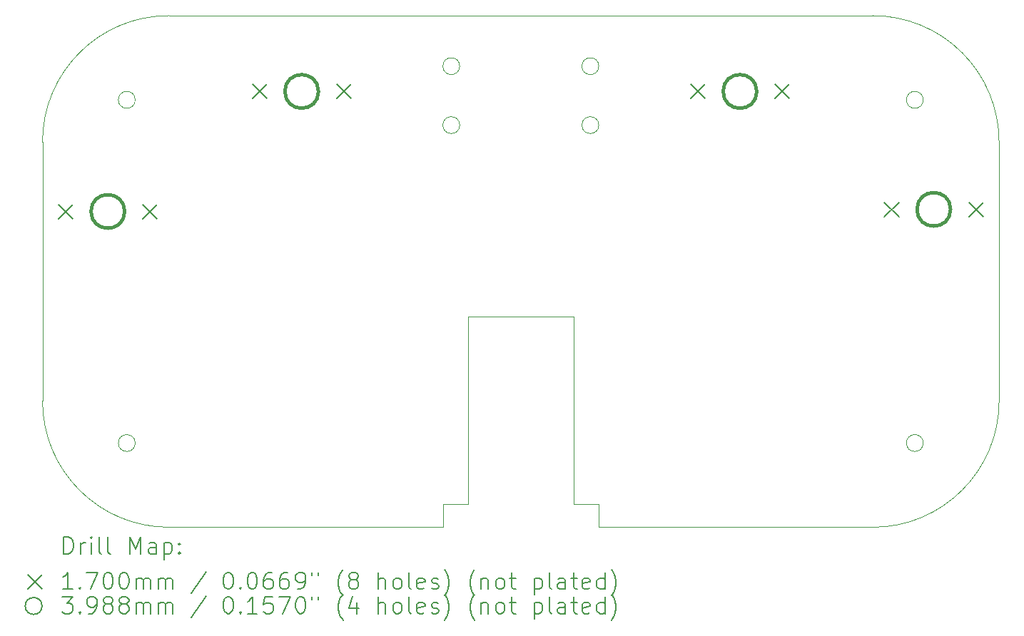
<source format=gbr>
%TF.GenerationSoftware,KiCad,Pcbnew,(6.0.9)*%
%TF.CreationDate,2023-05-29T17:24:43+10:00*%
%TF.ProjectId,Joysticks,4a6f7973-7469-4636-9b73-2e6b69636164,rev?*%
%TF.SameCoordinates,PX3d09000PY568bc30*%
%TF.FileFunction,Drillmap*%
%TF.FilePolarity,Positive*%
%FSLAX45Y45*%
G04 Gerber Fmt 4.5, Leading zero omitted, Abs format (unit mm)*
G04 Created by KiCad (PCBNEW (6.0.9)) date 2023-05-29 17:24:43*
%MOMM*%
%LPD*%
G01*
G04 APERTURE LIST*
%ADD10C,0.100000*%
%ADD11C,0.200000*%
%ADD12C,0.170000*%
%ADD13C,0.398780*%
G04 APERTURE END LIST*
D10*
X4225000Y-4000000D02*
X4525000Y-4000000D01*
X-575000Y1800000D02*
X7775000Y1800000D01*
X2975000Y-1775000D02*
X4225000Y-1775000D01*
X-575000Y1800000D02*
G75*
G03*
X-2075000Y300000I0J-1500000D01*
G01*
X9275000Y300000D02*
G75*
G03*
X7775000Y1800000I-1500000J0D01*
G01*
X-2075000Y-2775000D02*
X-2075000Y300000D01*
X8375000Y-3275000D02*
G75*
G03*
X8375000Y-3275000I-100000J0D01*
G01*
X9275000Y300000D02*
X9275000Y-2775000D01*
X4525000Y1200000D02*
G75*
G03*
X4525000Y1200000I-100000J0D01*
G01*
X-975000Y-3275000D02*
G75*
G03*
X-975000Y-3275000I-100000J0D01*
G01*
X2875000Y500000D02*
G75*
G03*
X2875000Y500000I-100000J0D01*
G01*
X2675000Y-4275000D02*
X2675000Y-4000000D01*
X4525000Y500000D02*
G75*
G03*
X4525000Y500000I-100000J0D01*
G01*
X-975000Y800000D02*
G75*
G03*
X-975000Y800000I-100000J0D01*
G01*
X2675000Y-4000000D02*
X2975000Y-4000000D01*
X-2075000Y-2775000D02*
G75*
G03*
X-575000Y-4275000I1500000J0D01*
G01*
X2975000Y-4000000D02*
X2975000Y-1775000D01*
X4225000Y-1775000D02*
X4225000Y-4000000D01*
X7775000Y-4275000D02*
X4525000Y-4275000D01*
X2675000Y-4275000D02*
X-575000Y-4275000D01*
X7775000Y-4275000D02*
G75*
G03*
X9275000Y-2775000I0J1500000D01*
G01*
X8375000Y800000D02*
G75*
G03*
X8375000Y800000I-100000J0D01*
G01*
X2875000Y1200000D02*
G75*
G03*
X2875000Y1200000I-100000J0D01*
G01*
X4525000Y-4000000D02*
X4525000Y-4275000D01*
D11*
D12*
X-1885000Y-440000D02*
X-1715000Y-610000D01*
X-1715000Y-440000D02*
X-1885000Y-610000D01*
X-885000Y-440000D02*
X-715000Y-610000D01*
X-715000Y-440000D02*
X-885000Y-610000D01*
X415000Y985000D02*
X585000Y815000D01*
X585000Y985000D02*
X415000Y815000D01*
X1415000Y985000D02*
X1585000Y815000D01*
X1585000Y985000D02*
X1415000Y815000D01*
X5615000Y985000D02*
X5785000Y815000D01*
X5785000Y985000D02*
X5615000Y815000D01*
X6615000Y985000D02*
X6785000Y815000D01*
X6785000Y985000D02*
X6615000Y815000D01*
X7915000Y-415000D02*
X8085000Y-585000D01*
X8085000Y-415000D02*
X7915000Y-585000D01*
X8915000Y-415000D02*
X9085000Y-585000D01*
X9085000Y-415000D02*
X8915000Y-585000D01*
D13*
X-1100610Y-525000D02*
G75*
G03*
X-1100610Y-525000I-199390J0D01*
G01*
X1199390Y900000D02*
G75*
G03*
X1199390Y900000I-199390J0D01*
G01*
X6399390Y900000D02*
G75*
G03*
X6399390Y900000I-199390J0D01*
G01*
X8699390Y-500000D02*
G75*
G03*
X8699390Y-500000I-199390J0D01*
G01*
D11*
X-1822381Y-4590476D02*
X-1822381Y-4390476D01*
X-1774762Y-4390476D01*
X-1746190Y-4400000D01*
X-1727143Y-4419048D01*
X-1717619Y-4438095D01*
X-1708095Y-4476190D01*
X-1708095Y-4504762D01*
X-1717619Y-4542857D01*
X-1727143Y-4561905D01*
X-1746190Y-4580952D01*
X-1774762Y-4590476D01*
X-1822381Y-4590476D01*
X-1622381Y-4590476D02*
X-1622381Y-4457143D01*
X-1622381Y-4495238D02*
X-1612857Y-4476190D01*
X-1603333Y-4466667D01*
X-1584286Y-4457143D01*
X-1565238Y-4457143D01*
X-1498571Y-4590476D02*
X-1498571Y-4457143D01*
X-1498571Y-4390476D02*
X-1508095Y-4400000D01*
X-1498571Y-4409524D01*
X-1489048Y-4400000D01*
X-1498571Y-4390476D01*
X-1498571Y-4409524D01*
X-1374762Y-4590476D02*
X-1393810Y-4580952D01*
X-1403333Y-4561905D01*
X-1403333Y-4390476D01*
X-1270000Y-4590476D02*
X-1289048Y-4580952D01*
X-1298572Y-4561905D01*
X-1298572Y-4390476D01*
X-1041429Y-4590476D02*
X-1041429Y-4390476D01*
X-974762Y-4533333D01*
X-908095Y-4390476D01*
X-908095Y-4590476D01*
X-727143Y-4590476D02*
X-727143Y-4485714D01*
X-736667Y-4466667D01*
X-755714Y-4457143D01*
X-793810Y-4457143D01*
X-812857Y-4466667D01*
X-727143Y-4580952D02*
X-746190Y-4590476D01*
X-793810Y-4590476D01*
X-812857Y-4580952D01*
X-822381Y-4561905D01*
X-822381Y-4542857D01*
X-812857Y-4523810D01*
X-793810Y-4514286D01*
X-746190Y-4514286D01*
X-727143Y-4504762D01*
X-631905Y-4457143D02*
X-631905Y-4657143D01*
X-631905Y-4466667D02*
X-612857Y-4457143D01*
X-574762Y-4457143D01*
X-555714Y-4466667D01*
X-546191Y-4476190D01*
X-536667Y-4495238D01*
X-536667Y-4552381D01*
X-546191Y-4571429D01*
X-555714Y-4580952D01*
X-574762Y-4590476D01*
X-612857Y-4590476D01*
X-631905Y-4580952D01*
X-450952Y-4571429D02*
X-441429Y-4580952D01*
X-450952Y-4590476D01*
X-460476Y-4580952D01*
X-450952Y-4571429D01*
X-450952Y-4590476D01*
X-450952Y-4466667D02*
X-441429Y-4476190D01*
X-450952Y-4485714D01*
X-460476Y-4476190D01*
X-450952Y-4466667D01*
X-450952Y-4485714D01*
D12*
X-2250000Y-4835000D02*
X-2080000Y-5005000D01*
X-2080000Y-4835000D02*
X-2250000Y-5005000D01*
D11*
X-1717619Y-5010476D02*
X-1831905Y-5010476D01*
X-1774762Y-5010476D02*
X-1774762Y-4810476D01*
X-1793810Y-4839048D01*
X-1812857Y-4858095D01*
X-1831905Y-4867619D01*
X-1631905Y-4991429D02*
X-1622381Y-5000952D01*
X-1631905Y-5010476D01*
X-1641429Y-5000952D01*
X-1631905Y-4991429D01*
X-1631905Y-5010476D01*
X-1555714Y-4810476D02*
X-1422381Y-4810476D01*
X-1508095Y-5010476D01*
X-1308095Y-4810476D02*
X-1289048Y-4810476D01*
X-1270000Y-4820000D01*
X-1260476Y-4829524D01*
X-1250952Y-4848571D01*
X-1241429Y-4886667D01*
X-1241429Y-4934286D01*
X-1250952Y-4972381D01*
X-1260476Y-4991429D01*
X-1270000Y-5000952D01*
X-1289048Y-5010476D01*
X-1308095Y-5010476D01*
X-1327143Y-5000952D01*
X-1336667Y-4991429D01*
X-1346191Y-4972381D01*
X-1355714Y-4934286D01*
X-1355714Y-4886667D01*
X-1346191Y-4848571D01*
X-1336667Y-4829524D01*
X-1327143Y-4820000D01*
X-1308095Y-4810476D01*
X-1117619Y-4810476D02*
X-1098572Y-4810476D01*
X-1079524Y-4820000D01*
X-1070000Y-4829524D01*
X-1060476Y-4848571D01*
X-1050952Y-4886667D01*
X-1050952Y-4934286D01*
X-1060476Y-4972381D01*
X-1070000Y-4991429D01*
X-1079524Y-5000952D01*
X-1098572Y-5010476D01*
X-1117619Y-5010476D01*
X-1136667Y-5000952D01*
X-1146191Y-4991429D01*
X-1155714Y-4972381D01*
X-1165238Y-4934286D01*
X-1165238Y-4886667D01*
X-1155714Y-4848571D01*
X-1146191Y-4829524D01*
X-1136667Y-4820000D01*
X-1117619Y-4810476D01*
X-965238Y-5010476D02*
X-965238Y-4877143D01*
X-965238Y-4896190D02*
X-955714Y-4886667D01*
X-936667Y-4877143D01*
X-908095Y-4877143D01*
X-889048Y-4886667D01*
X-879524Y-4905714D01*
X-879524Y-5010476D01*
X-879524Y-4905714D02*
X-870000Y-4886667D01*
X-850952Y-4877143D01*
X-822381Y-4877143D01*
X-803333Y-4886667D01*
X-793810Y-4905714D01*
X-793810Y-5010476D01*
X-698572Y-5010476D02*
X-698572Y-4877143D01*
X-698572Y-4896190D02*
X-689048Y-4886667D01*
X-670000Y-4877143D01*
X-641429Y-4877143D01*
X-622381Y-4886667D01*
X-612857Y-4905714D01*
X-612857Y-5010476D01*
X-612857Y-4905714D02*
X-603333Y-4886667D01*
X-584286Y-4877143D01*
X-555714Y-4877143D01*
X-536667Y-4886667D01*
X-527143Y-4905714D01*
X-527143Y-5010476D01*
X-136667Y-4800952D02*
X-308095Y-5058095D01*
X120476Y-4810476D02*
X139524Y-4810476D01*
X158571Y-4820000D01*
X168095Y-4829524D01*
X177619Y-4848571D01*
X187143Y-4886667D01*
X187143Y-4934286D01*
X177619Y-4972381D01*
X168095Y-4991429D01*
X158571Y-5000952D01*
X139524Y-5010476D01*
X120476Y-5010476D01*
X101428Y-5000952D01*
X91905Y-4991429D01*
X82381Y-4972381D01*
X72857Y-4934286D01*
X72857Y-4886667D01*
X82381Y-4848571D01*
X91905Y-4829524D01*
X101428Y-4820000D01*
X120476Y-4810476D01*
X272857Y-4991429D02*
X282381Y-5000952D01*
X272857Y-5010476D01*
X263333Y-5000952D01*
X272857Y-4991429D01*
X272857Y-5010476D01*
X406190Y-4810476D02*
X425238Y-4810476D01*
X444286Y-4820000D01*
X453809Y-4829524D01*
X463333Y-4848571D01*
X472857Y-4886667D01*
X472857Y-4934286D01*
X463333Y-4972381D01*
X453809Y-4991429D01*
X444286Y-5000952D01*
X425238Y-5010476D01*
X406190Y-5010476D01*
X387143Y-5000952D01*
X377619Y-4991429D01*
X368095Y-4972381D01*
X358571Y-4934286D01*
X358571Y-4886667D01*
X368095Y-4848571D01*
X377619Y-4829524D01*
X387143Y-4820000D01*
X406190Y-4810476D01*
X644286Y-4810476D02*
X606190Y-4810476D01*
X587143Y-4820000D01*
X577619Y-4829524D01*
X558571Y-4858095D01*
X549048Y-4896190D01*
X549048Y-4972381D01*
X558571Y-4991429D01*
X568095Y-5000952D01*
X587143Y-5010476D01*
X625238Y-5010476D01*
X644286Y-5000952D01*
X653810Y-4991429D01*
X663333Y-4972381D01*
X663333Y-4924762D01*
X653810Y-4905714D01*
X644286Y-4896190D01*
X625238Y-4886667D01*
X587143Y-4886667D01*
X568095Y-4896190D01*
X558571Y-4905714D01*
X549048Y-4924762D01*
X834762Y-4810476D02*
X796667Y-4810476D01*
X777619Y-4820000D01*
X768095Y-4829524D01*
X749048Y-4858095D01*
X739524Y-4896190D01*
X739524Y-4972381D01*
X749048Y-4991429D01*
X758571Y-5000952D01*
X777619Y-5010476D01*
X815714Y-5010476D01*
X834762Y-5000952D01*
X844286Y-4991429D01*
X853809Y-4972381D01*
X853809Y-4924762D01*
X844286Y-4905714D01*
X834762Y-4896190D01*
X815714Y-4886667D01*
X777619Y-4886667D01*
X758571Y-4896190D01*
X749048Y-4905714D01*
X739524Y-4924762D01*
X949048Y-5010476D02*
X987143Y-5010476D01*
X1006190Y-5000952D01*
X1015714Y-4991429D01*
X1034762Y-4962857D01*
X1044286Y-4924762D01*
X1044286Y-4848571D01*
X1034762Y-4829524D01*
X1025238Y-4820000D01*
X1006190Y-4810476D01*
X968095Y-4810476D01*
X949048Y-4820000D01*
X939524Y-4829524D01*
X930000Y-4848571D01*
X930000Y-4896190D01*
X939524Y-4915238D01*
X949048Y-4924762D01*
X968095Y-4934286D01*
X1006190Y-4934286D01*
X1025238Y-4924762D01*
X1034762Y-4915238D01*
X1044286Y-4896190D01*
X1120476Y-4810476D02*
X1120476Y-4848571D01*
X1196667Y-4810476D02*
X1196667Y-4848571D01*
X1491905Y-5086667D02*
X1482381Y-5077143D01*
X1463333Y-5048571D01*
X1453809Y-5029524D01*
X1444286Y-5000952D01*
X1434762Y-4953333D01*
X1434762Y-4915238D01*
X1444286Y-4867619D01*
X1453809Y-4839048D01*
X1463333Y-4820000D01*
X1482381Y-4791429D01*
X1491905Y-4781905D01*
X1596667Y-4896190D02*
X1577619Y-4886667D01*
X1568095Y-4877143D01*
X1558571Y-4858095D01*
X1558571Y-4848571D01*
X1568095Y-4829524D01*
X1577619Y-4820000D01*
X1596667Y-4810476D01*
X1634762Y-4810476D01*
X1653809Y-4820000D01*
X1663333Y-4829524D01*
X1672857Y-4848571D01*
X1672857Y-4858095D01*
X1663333Y-4877143D01*
X1653809Y-4886667D01*
X1634762Y-4896190D01*
X1596667Y-4896190D01*
X1577619Y-4905714D01*
X1568095Y-4915238D01*
X1558571Y-4934286D01*
X1558571Y-4972381D01*
X1568095Y-4991429D01*
X1577619Y-5000952D01*
X1596667Y-5010476D01*
X1634762Y-5010476D01*
X1653809Y-5000952D01*
X1663333Y-4991429D01*
X1672857Y-4972381D01*
X1672857Y-4934286D01*
X1663333Y-4915238D01*
X1653809Y-4905714D01*
X1634762Y-4896190D01*
X1910952Y-5010476D02*
X1910952Y-4810476D01*
X1996667Y-5010476D02*
X1996667Y-4905714D01*
X1987143Y-4886667D01*
X1968095Y-4877143D01*
X1939524Y-4877143D01*
X1920476Y-4886667D01*
X1910952Y-4896190D01*
X2120476Y-5010476D02*
X2101429Y-5000952D01*
X2091905Y-4991429D01*
X2082381Y-4972381D01*
X2082381Y-4915238D01*
X2091905Y-4896190D01*
X2101429Y-4886667D01*
X2120476Y-4877143D01*
X2149048Y-4877143D01*
X2168095Y-4886667D01*
X2177619Y-4896190D01*
X2187143Y-4915238D01*
X2187143Y-4972381D01*
X2177619Y-4991429D01*
X2168095Y-5000952D01*
X2149048Y-5010476D01*
X2120476Y-5010476D01*
X2301429Y-5010476D02*
X2282381Y-5000952D01*
X2272857Y-4981905D01*
X2272857Y-4810476D01*
X2453810Y-5000952D02*
X2434762Y-5010476D01*
X2396667Y-5010476D01*
X2377619Y-5000952D01*
X2368095Y-4981905D01*
X2368095Y-4905714D01*
X2377619Y-4886667D01*
X2396667Y-4877143D01*
X2434762Y-4877143D01*
X2453810Y-4886667D01*
X2463333Y-4905714D01*
X2463333Y-4924762D01*
X2368095Y-4943810D01*
X2539524Y-5000952D02*
X2558571Y-5010476D01*
X2596667Y-5010476D01*
X2615714Y-5000952D01*
X2625238Y-4981905D01*
X2625238Y-4972381D01*
X2615714Y-4953333D01*
X2596667Y-4943810D01*
X2568095Y-4943810D01*
X2549048Y-4934286D01*
X2539524Y-4915238D01*
X2539524Y-4905714D01*
X2549048Y-4886667D01*
X2568095Y-4877143D01*
X2596667Y-4877143D01*
X2615714Y-4886667D01*
X2691905Y-5086667D02*
X2701429Y-5077143D01*
X2720476Y-5048571D01*
X2730000Y-5029524D01*
X2739524Y-5000952D01*
X2749048Y-4953333D01*
X2749048Y-4915238D01*
X2739524Y-4867619D01*
X2730000Y-4839048D01*
X2720476Y-4820000D01*
X2701429Y-4791429D01*
X2691905Y-4781905D01*
X3053809Y-5086667D02*
X3044286Y-5077143D01*
X3025238Y-5048571D01*
X3015714Y-5029524D01*
X3006190Y-5000952D01*
X2996667Y-4953333D01*
X2996667Y-4915238D01*
X3006190Y-4867619D01*
X3015714Y-4839048D01*
X3025238Y-4820000D01*
X3044286Y-4791429D01*
X3053809Y-4781905D01*
X3130000Y-4877143D02*
X3130000Y-5010476D01*
X3130000Y-4896190D02*
X3139524Y-4886667D01*
X3158571Y-4877143D01*
X3187143Y-4877143D01*
X3206190Y-4886667D01*
X3215714Y-4905714D01*
X3215714Y-5010476D01*
X3339524Y-5010476D02*
X3320476Y-5000952D01*
X3310952Y-4991429D01*
X3301428Y-4972381D01*
X3301428Y-4915238D01*
X3310952Y-4896190D01*
X3320476Y-4886667D01*
X3339524Y-4877143D01*
X3368095Y-4877143D01*
X3387143Y-4886667D01*
X3396667Y-4896190D01*
X3406190Y-4915238D01*
X3406190Y-4972381D01*
X3396667Y-4991429D01*
X3387143Y-5000952D01*
X3368095Y-5010476D01*
X3339524Y-5010476D01*
X3463333Y-4877143D02*
X3539524Y-4877143D01*
X3491905Y-4810476D02*
X3491905Y-4981905D01*
X3501428Y-5000952D01*
X3520476Y-5010476D01*
X3539524Y-5010476D01*
X3758571Y-4877143D02*
X3758571Y-5077143D01*
X3758571Y-4886667D02*
X3777619Y-4877143D01*
X3815714Y-4877143D01*
X3834762Y-4886667D01*
X3844286Y-4896190D01*
X3853809Y-4915238D01*
X3853809Y-4972381D01*
X3844286Y-4991429D01*
X3834762Y-5000952D01*
X3815714Y-5010476D01*
X3777619Y-5010476D01*
X3758571Y-5000952D01*
X3968095Y-5010476D02*
X3949048Y-5000952D01*
X3939524Y-4981905D01*
X3939524Y-4810476D01*
X4130000Y-5010476D02*
X4130000Y-4905714D01*
X4120476Y-4886667D01*
X4101428Y-4877143D01*
X4063333Y-4877143D01*
X4044286Y-4886667D01*
X4130000Y-5000952D02*
X4110952Y-5010476D01*
X4063333Y-5010476D01*
X4044286Y-5000952D01*
X4034762Y-4981905D01*
X4034762Y-4962857D01*
X4044286Y-4943810D01*
X4063333Y-4934286D01*
X4110952Y-4934286D01*
X4130000Y-4924762D01*
X4196667Y-4877143D02*
X4272857Y-4877143D01*
X4225238Y-4810476D02*
X4225238Y-4981905D01*
X4234762Y-5000952D01*
X4253810Y-5010476D01*
X4272857Y-5010476D01*
X4415714Y-5000952D02*
X4396667Y-5010476D01*
X4358571Y-5010476D01*
X4339524Y-5000952D01*
X4330000Y-4981905D01*
X4330000Y-4905714D01*
X4339524Y-4886667D01*
X4358571Y-4877143D01*
X4396667Y-4877143D01*
X4415714Y-4886667D01*
X4425238Y-4905714D01*
X4425238Y-4924762D01*
X4330000Y-4943810D01*
X4596667Y-5010476D02*
X4596667Y-4810476D01*
X4596667Y-5000952D02*
X4577619Y-5010476D01*
X4539524Y-5010476D01*
X4520476Y-5000952D01*
X4510952Y-4991429D01*
X4501429Y-4972381D01*
X4501429Y-4915238D01*
X4510952Y-4896190D01*
X4520476Y-4886667D01*
X4539524Y-4877143D01*
X4577619Y-4877143D01*
X4596667Y-4886667D01*
X4672857Y-5086667D02*
X4682381Y-5077143D01*
X4701429Y-5048571D01*
X4710952Y-5029524D01*
X4720476Y-5000952D01*
X4730000Y-4953333D01*
X4730000Y-4915238D01*
X4720476Y-4867619D01*
X4710952Y-4839048D01*
X4701429Y-4820000D01*
X4682381Y-4791429D01*
X4672857Y-4781905D01*
X-2080000Y-5210000D02*
G75*
G03*
X-2080000Y-5210000I-100000J0D01*
G01*
X-1841429Y-5100476D02*
X-1717619Y-5100476D01*
X-1784286Y-5176667D01*
X-1755714Y-5176667D01*
X-1736667Y-5186190D01*
X-1727143Y-5195714D01*
X-1717619Y-5214762D01*
X-1717619Y-5262381D01*
X-1727143Y-5281429D01*
X-1736667Y-5290952D01*
X-1755714Y-5300476D01*
X-1812857Y-5300476D01*
X-1831905Y-5290952D01*
X-1841429Y-5281429D01*
X-1631905Y-5281429D02*
X-1622381Y-5290952D01*
X-1631905Y-5300476D01*
X-1641429Y-5290952D01*
X-1631905Y-5281429D01*
X-1631905Y-5300476D01*
X-1527143Y-5300476D02*
X-1489048Y-5300476D01*
X-1470000Y-5290952D01*
X-1460476Y-5281429D01*
X-1441429Y-5252857D01*
X-1431905Y-5214762D01*
X-1431905Y-5138571D01*
X-1441429Y-5119524D01*
X-1450952Y-5110000D01*
X-1470000Y-5100476D01*
X-1508095Y-5100476D01*
X-1527143Y-5110000D01*
X-1536667Y-5119524D01*
X-1546190Y-5138571D01*
X-1546190Y-5186190D01*
X-1536667Y-5205238D01*
X-1527143Y-5214762D01*
X-1508095Y-5224286D01*
X-1470000Y-5224286D01*
X-1450952Y-5214762D01*
X-1441429Y-5205238D01*
X-1431905Y-5186190D01*
X-1317619Y-5186190D02*
X-1336667Y-5176667D01*
X-1346191Y-5167143D01*
X-1355714Y-5148095D01*
X-1355714Y-5138571D01*
X-1346191Y-5119524D01*
X-1336667Y-5110000D01*
X-1317619Y-5100476D01*
X-1279524Y-5100476D01*
X-1260476Y-5110000D01*
X-1250952Y-5119524D01*
X-1241429Y-5138571D01*
X-1241429Y-5148095D01*
X-1250952Y-5167143D01*
X-1260476Y-5176667D01*
X-1279524Y-5186190D01*
X-1317619Y-5186190D01*
X-1336667Y-5195714D01*
X-1346191Y-5205238D01*
X-1355714Y-5224286D01*
X-1355714Y-5262381D01*
X-1346191Y-5281429D01*
X-1336667Y-5290952D01*
X-1317619Y-5300476D01*
X-1279524Y-5300476D01*
X-1260476Y-5290952D01*
X-1250952Y-5281429D01*
X-1241429Y-5262381D01*
X-1241429Y-5224286D01*
X-1250952Y-5205238D01*
X-1260476Y-5195714D01*
X-1279524Y-5186190D01*
X-1127143Y-5186190D02*
X-1146191Y-5176667D01*
X-1155714Y-5167143D01*
X-1165238Y-5148095D01*
X-1165238Y-5138571D01*
X-1155714Y-5119524D01*
X-1146191Y-5110000D01*
X-1127143Y-5100476D01*
X-1089048Y-5100476D01*
X-1070000Y-5110000D01*
X-1060476Y-5119524D01*
X-1050952Y-5138571D01*
X-1050952Y-5148095D01*
X-1060476Y-5167143D01*
X-1070000Y-5176667D01*
X-1089048Y-5186190D01*
X-1127143Y-5186190D01*
X-1146191Y-5195714D01*
X-1155714Y-5205238D01*
X-1165238Y-5224286D01*
X-1165238Y-5262381D01*
X-1155714Y-5281429D01*
X-1146191Y-5290952D01*
X-1127143Y-5300476D01*
X-1089048Y-5300476D01*
X-1070000Y-5290952D01*
X-1060476Y-5281429D01*
X-1050952Y-5262381D01*
X-1050952Y-5224286D01*
X-1060476Y-5205238D01*
X-1070000Y-5195714D01*
X-1089048Y-5186190D01*
X-965238Y-5300476D02*
X-965238Y-5167143D01*
X-965238Y-5186190D02*
X-955714Y-5176667D01*
X-936667Y-5167143D01*
X-908095Y-5167143D01*
X-889048Y-5176667D01*
X-879524Y-5195714D01*
X-879524Y-5300476D01*
X-879524Y-5195714D02*
X-870000Y-5176667D01*
X-850952Y-5167143D01*
X-822381Y-5167143D01*
X-803333Y-5176667D01*
X-793810Y-5195714D01*
X-793810Y-5300476D01*
X-698572Y-5300476D02*
X-698572Y-5167143D01*
X-698572Y-5186190D02*
X-689048Y-5176667D01*
X-670000Y-5167143D01*
X-641429Y-5167143D01*
X-622381Y-5176667D01*
X-612857Y-5195714D01*
X-612857Y-5300476D01*
X-612857Y-5195714D02*
X-603333Y-5176667D01*
X-584286Y-5167143D01*
X-555714Y-5167143D01*
X-536667Y-5176667D01*
X-527143Y-5195714D01*
X-527143Y-5300476D01*
X-136667Y-5090952D02*
X-308095Y-5348095D01*
X120476Y-5100476D02*
X139524Y-5100476D01*
X158571Y-5110000D01*
X168095Y-5119524D01*
X177619Y-5138571D01*
X187143Y-5176667D01*
X187143Y-5224286D01*
X177619Y-5262381D01*
X168095Y-5281429D01*
X158571Y-5290952D01*
X139524Y-5300476D01*
X120476Y-5300476D01*
X101428Y-5290952D01*
X91905Y-5281429D01*
X82381Y-5262381D01*
X72857Y-5224286D01*
X72857Y-5176667D01*
X82381Y-5138571D01*
X91905Y-5119524D01*
X101428Y-5110000D01*
X120476Y-5100476D01*
X272857Y-5281429D02*
X282381Y-5290952D01*
X272857Y-5300476D01*
X263333Y-5290952D01*
X272857Y-5281429D01*
X272857Y-5300476D01*
X472857Y-5300476D02*
X358571Y-5300476D01*
X415714Y-5300476D02*
X415714Y-5100476D01*
X396667Y-5129048D01*
X377619Y-5148095D01*
X358571Y-5157619D01*
X653810Y-5100476D02*
X558571Y-5100476D01*
X549048Y-5195714D01*
X558571Y-5186190D01*
X577619Y-5176667D01*
X625238Y-5176667D01*
X644286Y-5186190D01*
X653810Y-5195714D01*
X663333Y-5214762D01*
X663333Y-5262381D01*
X653810Y-5281429D01*
X644286Y-5290952D01*
X625238Y-5300476D01*
X577619Y-5300476D01*
X558571Y-5290952D01*
X549048Y-5281429D01*
X730000Y-5100476D02*
X863333Y-5100476D01*
X777619Y-5300476D01*
X977619Y-5100476D02*
X996667Y-5100476D01*
X1015714Y-5110000D01*
X1025238Y-5119524D01*
X1034762Y-5138571D01*
X1044286Y-5176667D01*
X1044286Y-5224286D01*
X1034762Y-5262381D01*
X1025238Y-5281429D01*
X1015714Y-5290952D01*
X996667Y-5300476D01*
X977619Y-5300476D01*
X958571Y-5290952D01*
X949048Y-5281429D01*
X939524Y-5262381D01*
X930000Y-5224286D01*
X930000Y-5176667D01*
X939524Y-5138571D01*
X949048Y-5119524D01*
X958571Y-5110000D01*
X977619Y-5100476D01*
X1120476Y-5100476D02*
X1120476Y-5138571D01*
X1196667Y-5100476D02*
X1196667Y-5138571D01*
X1491905Y-5376667D02*
X1482381Y-5367143D01*
X1463333Y-5338571D01*
X1453809Y-5319524D01*
X1444286Y-5290952D01*
X1434762Y-5243333D01*
X1434762Y-5205238D01*
X1444286Y-5157619D01*
X1453809Y-5129048D01*
X1463333Y-5110000D01*
X1482381Y-5081429D01*
X1491905Y-5071905D01*
X1653809Y-5167143D02*
X1653809Y-5300476D01*
X1606190Y-5090952D02*
X1558571Y-5233810D01*
X1682381Y-5233810D01*
X1910952Y-5300476D02*
X1910952Y-5100476D01*
X1996667Y-5300476D02*
X1996667Y-5195714D01*
X1987143Y-5176667D01*
X1968095Y-5167143D01*
X1939524Y-5167143D01*
X1920476Y-5176667D01*
X1910952Y-5186190D01*
X2120476Y-5300476D02*
X2101429Y-5290952D01*
X2091905Y-5281429D01*
X2082381Y-5262381D01*
X2082381Y-5205238D01*
X2091905Y-5186190D01*
X2101429Y-5176667D01*
X2120476Y-5167143D01*
X2149048Y-5167143D01*
X2168095Y-5176667D01*
X2177619Y-5186190D01*
X2187143Y-5205238D01*
X2187143Y-5262381D01*
X2177619Y-5281429D01*
X2168095Y-5290952D01*
X2149048Y-5300476D01*
X2120476Y-5300476D01*
X2301429Y-5300476D02*
X2282381Y-5290952D01*
X2272857Y-5271905D01*
X2272857Y-5100476D01*
X2453810Y-5290952D02*
X2434762Y-5300476D01*
X2396667Y-5300476D01*
X2377619Y-5290952D01*
X2368095Y-5271905D01*
X2368095Y-5195714D01*
X2377619Y-5176667D01*
X2396667Y-5167143D01*
X2434762Y-5167143D01*
X2453810Y-5176667D01*
X2463333Y-5195714D01*
X2463333Y-5214762D01*
X2368095Y-5233810D01*
X2539524Y-5290952D02*
X2558571Y-5300476D01*
X2596667Y-5300476D01*
X2615714Y-5290952D01*
X2625238Y-5271905D01*
X2625238Y-5262381D01*
X2615714Y-5243333D01*
X2596667Y-5233810D01*
X2568095Y-5233810D01*
X2549048Y-5224286D01*
X2539524Y-5205238D01*
X2539524Y-5195714D01*
X2549048Y-5176667D01*
X2568095Y-5167143D01*
X2596667Y-5167143D01*
X2615714Y-5176667D01*
X2691905Y-5376667D02*
X2701429Y-5367143D01*
X2720476Y-5338571D01*
X2730000Y-5319524D01*
X2739524Y-5290952D01*
X2749048Y-5243333D01*
X2749048Y-5205238D01*
X2739524Y-5157619D01*
X2730000Y-5129048D01*
X2720476Y-5110000D01*
X2701429Y-5081429D01*
X2691905Y-5071905D01*
X3053809Y-5376667D02*
X3044286Y-5367143D01*
X3025238Y-5338571D01*
X3015714Y-5319524D01*
X3006190Y-5290952D01*
X2996667Y-5243333D01*
X2996667Y-5205238D01*
X3006190Y-5157619D01*
X3015714Y-5129048D01*
X3025238Y-5110000D01*
X3044286Y-5081429D01*
X3053809Y-5071905D01*
X3130000Y-5167143D02*
X3130000Y-5300476D01*
X3130000Y-5186190D02*
X3139524Y-5176667D01*
X3158571Y-5167143D01*
X3187143Y-5167143D01*
X3206190Y-5176667D01*
X3215714Y-5195714D01*
X3215714Y-5300476D01*
X3339524Y-5300476D02*
X3320476Y-5290952D01*
X3310952Y-5281429D01*
X3301428Y-5262381D01*
X3301428Y-5205238D01*
X3310952Y-5186190D01*
X3320476Y-5176667D01*
X3339524Y-5167143D01*
X3368095Y-5167143D01*
X3387143Y-5176667D01*
X3396667Y-5186190D01*
X3406190Y-5205238D01*
X3406190Y-5262381D01*
X3396667Y-5281429D01*
X3387143Y-5290952D01*
X3368095Y-5300476D01*
X3339524Y-5300476D01*
X3463333Y-5167143D02*
X3539524Y-5167143D01*
X3491905Y-5100476D02*
X3491905Y-5271905D01*
X3501428Y-5290952D01*
X3520476Y-5300476D01*
X3539524Y-5300476D01*
X3758571Y-5167143D02*
X3758571Y-5367143D01*
X3758571Y-5176667D02*
X3777619Y-5167143D01*
X3815714Y-5167143D01*
X3834762Y-5176667D01*
X3844286Y-5186190D01*
X3853809Y-5205238D01*
X3853809Y-5262381D01*
X3844286Y-5281429D01*
X3834762Y-5290952D01*
X3815714Y-5300476D01*
X3777619Y-5300476D01*
X3758571Y-5290952D01*
X3968095Y-5300476D02*
X3949048Y-5290952D01*
X3939524Y-5271905D01*
X3939524Y-5100476D01*
X4130000Y-5300476D02*
X4130000Y-5195714D01*
X4120476Y-5176667D01*
X4101428Y-5167143D01*
X4063333Y-5167143D01*
X4044286Y-5176667D01*
X4130000Y-5290952D02*
X4110952Y-5300476D01*
X4063333Y-5300476D01*
X4044286Y-5290952D01*
X4034762Y-5271905D01*
X4034762Y-5252857D01*
X4044286Y-5233810D01*
X4063333Y-5224286D01*
X4110952Y-5224286D01*
X4130000Y-5214762D01*
X4196667Y-5167143D02*
X4272857Y-5167143D01*
X4225238Y-5100476D02*
X4225238Y-5271905D01*
X4234762Y-5290952D01*
X4253810Y-5300476D01*
X4272857Y-5300476D01*
X4415714Y-5290952D02*
X4396667Y-5300476D01*
X4358571Y-5300476D01*
X4339524Y-5290952D01*
X4330000Y-5271905D01*
X4330000Y-5195714D01*
X4339524Y-5176667D01*
X4358571Y-5167143D01*
X4396667Y-5167143D01*
X4415714Y-5176667D01*
X4425238Y-5195714D01*
X4425238Y-5214762D01*
X4330000Y-5233810D01*
X4596667Y-5300476D02*
X4596667Y-5100476D01*
X4596667Y-5290952D02*
X4577619Y-5300476D01*
X4539524Y-5300476D01*
X4520476Y-5290952D01*
X4510952Y-5281429D01*
X4501429Y-5262381D01*
X4501429Y-5205238D01*
X4510952Y-5186190D01*
X4520476Y-5176667D01*
X4539524Y-5167143D01*
X4577619Y-5167143D01*
X4596667Y-5176667D01*
X4672857Y-5376667D02*
X4682381Y-5367143D01*
X4701429Y-5338571D01*
X4710952Y-5319524D01*
X4720476Y-5290952D01*
X4730000Y-5243333D01*
X4730000Y-5205238D01*
X4720476Y-5157619D01*
X4710952Y-5129048D01*
X4701429Y-5110000D01*
X4682381Y-5081429D01*
X4672857Y-5071905D01*
M02*

</source>
